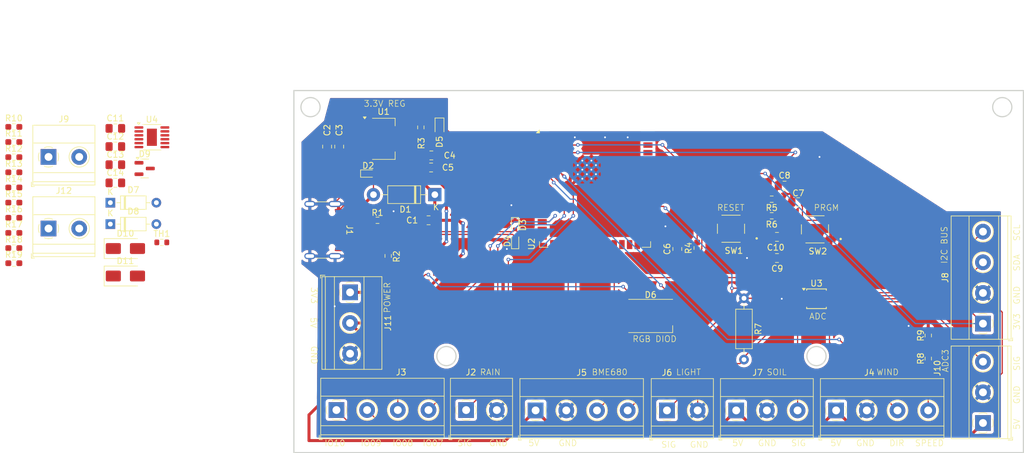
<source format=kicad_pcb>
(kicad_pcb (version 20240108) (generator "pcbnew") (generator_version "8.0")
  (layers (0 "F.Cu" signal) (31 "B.Cu" signal) (34 "B.Paste" user) (35 "F.Paste" user) (36 "B.SilkS" user "B.Silkscreen") (37 "F.SilkS" user "F.Silkscreen") (38 "B.Mask" user) (39 "F.Mask" user) (44 "Edge.Cuts" user))
  (net 0 "")
  (net 1 "VCC_5V")
  (net 2 "VCC_3V3")
  (net 3 "GPIO0")
  (net 4 "CHIP_PU")
  (net 5 "Net-(D1-A)")
  (net 6 "D-")
  (net 7 "D+")
  (net 8 "Net-(D5-A)")
  (net 10 "RGB")
  (net 11 "Net-(J1-CC2)")
  (net 12 "Net-(J1-CC1)")
  (net 16 "RAIN")
  (net 25 "GPIO10")
  (net 27 "GPIO9")
  (net 29 "GPIO8")
  (net 30 "SDA")
  (net 32 "GPIO7")
  (net 33 "Net-(J4-Pin_4)")
  (net 36 "Net-(U4-TIMER)")
  (net 38 "SCL")
  (net 40 "12V")
  (net 41 "SPEED")
  (net 44 "A2")
  (net 46 "A3")
  (net 47 "A1")
  (net 48 "A0")
  (net 53 "GND")
  (net 54 "Net-(D8-K)")
  (net 55 "Net-(D11-K)")
  (net 56 "Net-(D10-K)")
  (net 57 "Net-(D7-A)")
  (net 58 "Net-(D7-K)")
  (net 59 "Net-(D8-A)")
  (net 61 "Net-(D10-A)")
  (net 62 "Net-(R10-Pad1)")
  (net 63 "CHARGING")
  (net 64 "Net-(U4-V_{FB})")
  (net 65 "Net-(U4-NTC)")
  (net 66 "Net-(R14-Pad1)")
  (net 67 "Net-(U4-SENSE)")
  (net 68 "CHARGE FAULT")
  (footprint "Capacitor_SMD:C_0805_2012Metric_Pad1.18x1.45mm_HandSolder" (layer "F.Cu") (at 163.4625 76.25 90)
    (property "Reference" "C6")
    (property "Value" "0u1F" (hide yes))
  )
  (footprint "TerminalBlock_Phoenix:TerminalBlock_Phoenix_MKDS-1,5-4-5.08_1x04_P5.08mm_Horizontal" (layer "F.Cu") (at 214.055 88.62 90)
    (property "Reference" "J8")
    (property "Value" "I2C")
  )
  (footprint "Resistor_SMD:R_0603_1608Metric_Pad0.98x0.95mm_HandSolder" (layer "F.Cu") (at 179.0875 70.75 180)
    (property "Reference" "R6")
    (property "Value" "10K" (hide yes))
  )
  (footprint "Diode_THT:D_DO-35_SOD27_P7.62mm_Horizontal" (layer "F.Cu") (at 69.615 72.13)
    (property "Reference" "D8")
    (property "Value" "1N4148")
  )
  (footprint "Resistor_SMD:R_0603_1608Metric_Pad0.98x0.95mm_HandSolder" (layer "F.Cu") (at 166.75 76.0875 90)
    (property "Reference" "R4")
    (property "Value" "10K" (hide yes))
  )
  (footprint "Resistor_SMD:R_0603_1608Metric_Pad0.98x0.95mm_HandSolder" (layer "F.Cu") (at 205 90.5875 -90)
    (property "Reference" "R9")
    (property "Value" "470" (hide yes))
  )
  (footprint "Resistor_SMD:R_0603_1608Metric_Pad0.98x0.95mm_HandSolder" (layer "F.Cu") (at 53.645 56.02)
    (property "Reference" "R10")
    (property "Value" "499K")
  )
  (footprint "Capacitor_SMD:C_0805_2012Metric_Pad1.18x1.45mm_HandSolder" (layer "F.Cu") (at 179.9625 74.25 180)
    (property "Reference" "C10")
    (property "Value" "0u1F" (hide yes))
  )
  (footprint "Resistor_SMD:R_0603_1608Metric" (layer "F.Cu") (at 78.135 75.16)
    (property "Reference" "TH1")
    (property "Value" "Thermistor_US")
  )
  (footprint "Resistor_SMD:R_0603_1608Metric_Pad0.98x0.95mm_HandSolder" (layer "F.Cu") (at 53.645 76.1)
    (property "Reference" "R18")
    (property "Value" "10K")
  )
  (footprint "Resistor_SMD:R_0603_1608Metric_Pad0.98x0.95mm_HandSolder" (layer "F.Cu") (at 121.0125 56.105 -90)
    (property "Reference" "R3")
    (property "Value" "75" (hide yes))
  )
  (footprint "Resistor_SMD:R_0603_1608Metric_Pad0.98x0.95mm_HandSolder" (layer "F.Cu") (at 53.645 58.53)
    (property "Reference" "R11")
    (property "Value" "100K")
  )
  (footprint "Resistor_SMD:R_0603_1608Metric_Pad0.98x0.95mm_HandSolder" (layer "F.Cu") (at 53.645 63.55)
    (property "Reference" "R13")
    (property "Value" "174K")
  )
  (footprint "Capacitor_SMD:C_0805_2012Metric_Pad1.18x1.45mm_HandSolder" (layer "F.Cu") (at 105.5 59.2875 90)
    (property "Reference" "C2")
    (property "Value" "10uF" (hide yes))
  )
  (footprint "Diode_SMD:D_SOD-523" (layer "F.Cu") (at 136.6225 74.95 90)
    (property "Reference" "D4")
    (property "Value" "ESD5Z12V" (hide yes))
  )
  (footprint "Capacitor_SMD:C_0805_2012Metric_Pad1.18x1.45mm_HandSolder" (layer "F.Cu") (at 70.445 59.28)
    (property "Reference" "C12")
    (property "Value" "10uF")
  )
  (footprint "TerminalBlock_Phoenix:TerminalBlock_Phoenix_MKDS-1,5-4-5.08_1x04_P5.08mm_Horizontal" (layer "F.Cu") (at 140.01 103)
    (property "Reference" "J5")
    (property "Value" "BME680")
  )
  (footprint "TerminalBlock_Phoenix:TerminalBlock_Phoenix_MKDS-1,5-4-5.08_1x04_P5.08mm_Horizontal" (layer "F.Cu") (at 189.75 103)
    (property "Reference" "J4")
    (property "Value" "Wind Speed/DIR")
  )
  (footprint "RF_Module:ESP32-S3-WROOM-2" (layer "F.Cu") (at 149.85 63.02)
    (property "Reference" "U2")
    (property "Value" "ESP32-S3-WROOM-2" (hide yes))
  )
  (footprint "Capacitor_SMD:C_0805_2012Metric_Pad1.18x1.45mm_HandSolder" (layer "F.Cu") (at 70.445 65.3)
    (property "Reference" "C14")
    (property "Value" "10uF")
  )
  (footprint "TerminalBlock_Phoenix:TerminalBlock_Phoenix_MKDS-1,5-2-5.08_1x02_P5.08mm_Horizontal" (layer "F.Cu") (at 161.7525 103)
    (property "Reference" "J6")
    (property "Value" "Light Density")
  )
  (footprint "Resistor_SMD:R_0603_1608Metric_Pad0.98x0.95mm_HandSolder" (layer "F.Cu") (at 53.645 73.59)
    (property "Reference" "R17")
    (property "Value" "0.1")
  )
  (footprint "Resistor_SMD:R_0603_1608Metric_Pad0.98x0.95mm_HandSolder" (layer "F.Cu") (at 53.645 68.57)
    (property "Reference" "R15")
    (property "Value" "309K")
  )
  (footprint "Diode_SMD:D_SMA" (layer "F.Cu") (at 72.11 80.73)
    (property "Reference" "D11")
    (property "Value" "10BQ040")
  )
  (footprint "Diode_SMD:D_SMA" (layer "F.Cu") (at 72.11 76.18)
    (property "Reference" "D10")
    (property "Value" "10BQ040")
  )
  (footprint "Diode_THT:D_DO-41_SOD81_P10.16mm_Horizontal" (layer "F.Cu") (at 123.33 67.25 180)
    (property "Reference" "D1")
    (property "Value" "1N5819" (hide yes))
  )
  (footprint "Diode_THT:D_DO-35_SOD27_P7.62mm_Horizontal" (layer "F.Cu") (at 69.615 68.58)
    (property "Reference" "D7")
    (property "Value" "1N4148")
  )
  (footprint "Package_TO_SOT_SMD:SOT-23" (layer "F.Cu") (at 75.295 62.915)
    (property "Reference" "D9")
    (property "Value" "BZX84C6V2L")
  )
  (footprint "Resistor_SMD:R_0603_1608Metric_Pad0.98x0.95mm_HandSolder" (layer "F.Cu") (at 53.645 78.61)
    (property "Reference" "R19")
    (property "Value" "7.15K")
  )
  (footprint "Capacitor_SMD:C_0805_2012Metric_Pad1.18x1.45mm_HandSolder" (layer "F.Cu") (at 122.75 60.75)
    (property "Reference" "C4")
    (property "Value" "10uF" (hide yes))
  )
  (footprint "TerminalBlock_Phoenix:TerminalBlock_Phoenix_MKDS-1,5-2-5.08_1x02_P5.08mm_Horizontal" (layer "F.Cu") (at 128.50875 102.945)
    (property "Reference" "J2")
    (property "Value" "Rain Guage")
  )
  (footprint "Resistor_THT:R_Axial_DIN0207_L6.3mm_D2.5mm_P10.16mm_Horizontal" (layer "F.Cu") (at 174.5 84.42 -90)
    (property "Reference" "R7")
    (property "Value" "604")
  )
  (footprint "Capacitor_SMD:C_0805_2012Metric_Pad1.18x1.45mm_HandSolder" (layer "F.Cu") (at 181.2125 65.75)
    (property "Reference" "C8")
    (property "Value" "1uF" (hide yes))
  )
  (footprint "TerminalBlock_Phoenix:TerminalBlock_Phoenix_MKDS-1,5-2-5.08_1x02_P5.08mm_Horizontal" (layer "F.Cu") (at 59.385 72.86)
    (property "Reference" "J12")
    (property "Value" "Battery")
  )
  (footprint "Resistor_SMD:R_0603_1608Metric_Pad0.98x0.95mm_HandSolder" (layer "F.Cu") (at 53.645 61.04)
    (property "Reference" "R12")
    (property "Value" "1M")
  )
  (footprint "Package_SO:MSOP-12-1EP_3x4mm_P0.65mm_EP1.65x2.85mm" (layer "F.Cu") (at 76.495 57.74)
    (property "Reference" "U4")
    (property "Value" "LT3652IMSE")
  )
  (footprint "TerminalBlock_Phoenix:TerminalBlock_Phoenix_MKDS-1,5-3-5.08_1x03_P5.08mm_Horizontal" (layer "F.Cu") (at 109.3 83.44 -90)
    (property "Reference" "J11")
    (property "Value" "External Power" (hide yes))
  )
  (footprint "Diode_SMD:D_SOD-523" (layer "F.Cu") (at 136.6 72.3 -90)
    (property "Reference" "D3")
    (property "Value" "ESD5Z12V" (hide yes))
  )
  (footprint "Capacitor_SMD:C_0805_2012Metric_Pad1.18x1.45mm_HandSolder" (layer "F.Cu") (at 179.9625 77.75 180)
    (property "Reference" "C9")
    (property "Value" "10uF" (hide yes))
  )
  (footprint "Resistor_SMD:R_0603_1608Metric_Pad0.98x0.95mm_HandSolder" (layer "F.Cu") (at 179.0875 68 180)
    (property "Reference" "R5")
    (property "Value" "10K" (hide yes))
  )
  (footprint "LED_SMD:LED_SK6812_PLCC4_5.0x5.0mm_P3.2mm" (layer "F.Cu") (at 159.05 87.35)
    (property "Reference" "D6")
    (property "Value" " Adafruit SK6812" (hide yes))
  )
  (footprint "Connector_USB:USB_C_Receptacle_GCT_USB4105-xx-A_16P_TopMnt_Horizontal" (layer "F.Cu") (at 103.71 73.11 -90)
    (property "Reference" "J1")
    (property "Value" "USB_C_Receptacle_USB2.0_16P")
  )
  (footprint "TerminalBlock_Phoenix:TerminalBlock_Phoenix_MKDS-1,5-3-5.08_1x03_P5.08mm_Horizontal" (layer "F.Cu") (at 173.21125 103)
    (property "Reference" "J7")
    (property "Value" "Soil Mouisture")
  )
  (footprint "Package_TO_SOT_SMD:SOT-223-3_TabPin2" (layer "F.Cu") (at 114.85 58)
    (property "Reference" "U1")
    (property "Value" "AMS1117-3.3" (hide yes))
  )
  (footprint "Capacitor_SMD:C_0805_2012Metric_Pad1.18x1.45mm_HandSolder" (layer "F.Cu") (at 70.445 56.27)
    (property "Reference" "C11")
    (property "Value" "10uF")
  )
  (footprint "TerminalBlock_Phoenix:TerminalBlock_Phoenix_MKDS-1,5-4-5.08_1x04_P5.08mm_Horizontal" (layer "F.Cu") (at 107.04 102.94)
    (property "Reference" "J3")
    (property "Value" "GPIO")
  )
  (footprint "Resistor_SMD:R_0603_1608Metric_Pad0.98x0.95mm_HandSolder" (layer "F.Cu") (at 53.645 66.06)
    (property "Reference" "R14")
    (property "Value" "910")
  )
  (footprint "PTS_647_SN50_SMTR2_LFS:SW_PTS_647_SN50_SMTR2_LFS" (layer "F.Cu") (at 186.25 73 180)
    (property "Reference" "SW2")
    (property "Value" "PTS 647 SN50 SMTR2 LFS")
  )
  (footprint "Resistor_SMD:R_0603_1608Metric_Pad0.98x0.95mm_HandSolder" (layer "F.Cu") (at 53.645 71.08)
    (property "Reference" "R16")
    (property "Value" "100K")
  )
  (footprint "Resistor_SMD:R_0603_1608Metric_Pad0.98x0.95mm_HandSolder" (layer "F.Cu") (at 115.6 77.4 -90)
    (property "Reference" "R2")
    (property "Value" "5K1" (hide yes))
  )
  (footprint "TerminalBlock_Phoenix:TerminalBlock_Phoenix_MKDS-1,5-2-5.08_1x02_P5.08mm_Horizontal" (layer "F.Cu") (at 59.385 61)
    (property "Reference" "J9")
    (property "Value" "Solar Panel Input")
  )
  (footprint "TerminalBlock_Phoenix:TerminalBlock_Phoenix_MKDS-1,5-3-5.08_1x03_P5.08mm_Horizontal" (layer "F.Cu") (at 214.055 105.085 90)
    (property "Reference" "J10")
    (property "Value" "A3 of ADC")
  )
  (footprint "Capacitor_SMD:C_0805_2012Metric_Pad1.18x1.45mm_HandSolder" (layer "F.Cu") (at 122.7125 62.75)
    (property "Reference" "C5")
    (property "Value" "0u1F" (hide yes))
  )
  (footprint "Package_SO:TSSOP-10_3x3mm_P0.5mm" (layer "F.Cu") (at 186.5 84.5)
    (property "Reference" "U3")
    (property "Value" "ADS1015IDGS" (hide yes))
  )
  (footprint "Capacitor_SMD:C_0805_2012Metric_Pad1.18x1.45mm_HandSolder" (layer "F.Cu") (at 70.445 62.29)
    (property "Reference" "C13")
    (property "Value" "1uF")
  )
  (footprint "Diode_SMD:D_SOD-523" (layer "F.Cu") (at 112.3 63.75)
    (property "Reference" "D2")
    (property "Value" "ESD5Z12V" (hide yes))
  )
  (footprint "Capacitor_SMD:C_0805_2012Metric_Pad1.18x1.45mm_HandSolder" (layer "F.Cu") (at 183.4625 68.5 180)
    (property "Reference" "C7")
    (property "Value" "0u1F" (hide yes))
  )
  (footprint "Resistor_SMD:R_0603_1608Metric_Pad0.98x0.95mm_HandSolder" (layer "F.Cu") (at 113.8375 71.5)
    (property "Reference" "R1")
    (property "Value" "5K1" (hide yes))
  )
  (footprint "Capacitor_SMD:C_0805_2012Metric_Pad1.18x1.45mm_HandSolder" (layer "F.Cu") (at 122.2875 71.5 180)
    (property "Reference" "C1")
    (property "Value" "10uF" (hide yes))
  )
  (footprint "LED_SMD:LED_0603_1608Metric" (layer "F.Cu") (at 124.1 56.0375 -90)
    (property "Reference" "D5")
    (property "Value" "PWERLED" (hide yes))
  )
  (footprint "Resistor_SMD:R_0603_1608Metric_Pad0.98x0.95mm_HandSolder" (layer "F.Cu") (at 205 94.4125 -90)
    (property "Reference" "R8")
    (property "Value" "220" (hide yes))
  )
  (footprint "PTS_647_SN50_SMTR2_LFS:SW_PTS_647_SN50_SMTR2_LFS" (layer "F.Cu") (at 172.35 72.9 180)
    (property "Reference" "SW1")
    (property "Value" "PTS 647 SN50 SMTR2 LFS")
  )
  (footprint "Capacitor_SMD:C_0805_2012Metric_Pad1.18x1.45mm_HandSolder" (layer "F.Cu") (at 107.5 59.2875 90)
    (property "Reference" "C3")
    (property "Value" "0u1F" (hide yes))
  )
  (gr_rect (start 100 50) (end 220.75 110) (stroke (width 0.2)) (fill none) (layer "Edge.Cuts"))
  (gr_circle (center 186.5 94) (end 188.0875 94) (stroke (width 0.2)) (fill none) (layer "Edge.Cuts"))
  (gr_circle (center 102.75 52.75) (end 104.3375 52.75) (stroke (width 0.2)) (fill none) (layer "Edge.Cuts"))
  (gr_circle (center 217.25 52.75) (end 218.8375 52.75) (stroke (width 0.2)) (fill none) (layer "Edge.Cuts"))
  (gr_circle (center 125.25 94) (end 126.8375 94) (stroke (width 0.2)) (fill none) (layer "Edge.Cuts"))
  (gr_text "GND" (at 193 109 0) (layer "F.SilkS") (effects (font (size 1 1) (thickness 0.1)) (justify left bottom)))
  (gr_text "GND" (at 165.5 109.25 0) (layer "F.SilkS") (effects (font (size 1 1) (thickness 0.1)) (justify left bottom)))
  (gr_text "ADC3" (at 208.422833 96.75 90) (layer "F.SilkS") (effects (font (size 1 1) (thickness 0.1)) (justify left bottom)))
  (gr_text "SDA" (at 220.25 80 90) (layer "F.SilkS") (effects (font (size 1 1) (thickness 0.1)) (justify left bottom)))
  (gr_text "5V" (at 172.5 109 0) (layer "F.SilkS") (effects (font (size 1 1) (thickness 0.1)) (justify left bottom)))
  (gr_text "5V" (at 188.75 109 0) (layer "F.SilkS") (effects (font (size 1 1) (thickness 0.1)) (justify left bottom)))
  (gr_text "5V" (at 102.665262 87.505738 -90) (layer "F.SilkS") (effects (font (size 1 1) (thickness 0.1)) (justify left bottom)))
  (gr_text "IO10\n" (at 105 109 0) (layer "F.SilkS") (effects (font (size 1 1) (thickness 0.1)) (justify left bottom)))
  (gr_text "5V" (at 138.75 109 0) (layer "F.SilkS") (effects (font (size 1 1) (thickness 0.1)) (justify left bottom)))
  (gr_text "RESET" (at 170 70 0) (layer "F.SilkS") (effects (font (size 1 1) (thickness 0.1)) (justify left bottom)))
  (gr_text "3.3V REG" (at 111.5 52.75 0) (layer "F.SilkS") (effects (font (size 1 1) (thickness 0.1)) (justify left bottom)))
  (gr_text "GND" (at 102.75 92.25 270) (layer "F.SilkS") (effects (font (size 1 1) (thickness 0.1)) (justify left bottom)))
  (gr_text "RGB DIOD" (at 156 91.75 0) (layer "F.SilkS") (effects (font (size 1 1) (thickness 0.1)) (justify left bottom)))
  (gr_text "ADC" (at 185.25 88 0) (layer "F.SilkS") (effects (font (size 1 1) (thickness 0.1)) (justify left bottom)))
  (gr_text "I2C BUS" (at 208.25 78.75 90) (layer "F.SilkS") (effects (font (size 1 1) (thickness 0.1)) (justify left bottom)))
  (gr_text "GND" (at 220.25 85.5 90) (layer "F.SilkS") (effects (font (size 1 1) (thickness 0.1)) (justify left bottom)))
  (gr_text "3V3" (at 102.75 82.5 270) (layer "F.SilkS") (effects (font (size 1 1) (thickness 0.1)) (justify left bottom)))
  (gr_text "WIND" (at 196.38 97.25 0) (layer "F.SilkS") (effects (font (size 1 1) (thickness 0.1)) (justify left bottom)))
  (gr_text "BME680" (at 149.25 97.25 0) (layer "F.SilkS") (effects (font (size 1 1) (thickness 0.1)) (justify left bottom)))
  (gr_text "SIG" (at 160.75 109.25 0) (layer "F.SilkS") (effects (font (size 1 1) (thickness 0.1)) (justify left bottom)))
  (gr_text "GND" (at 176.75 109 0) (layer "F.SilkS") (effects (font (size 1 1) (thickness 0.1)) (justify left bottom)))
  (gr_text "IO08\n" (at 116.25 109 0) (layer "F.SilkS") (effects (font (size 1 1) (thickness 0.1)) (justify left bottom)))
  (gr_text "GND" (at 132.25 109 0) (layer "F.SilkS") (effects (font (size 1 1) (thickness 0.1)) (justify left bottom)))
  (gr_text "GND" (at 143.75 109 0) (layer "F.SilkS") (effects (font (size 1 1) (thickness 0.1)) (justify left bottom)))
  (gr_text "SIG" (at 127 109 0) (layer "F.SilkS") (effects (font (size 1 1) (thickness 0.1)) (justify left bottom)))
  (gr_text "SCL" (at 220.25 75 90) (layer "F.SilkS") (effects (font (size 1 1) (thickness 0.1)) (justify left bottom)))
  (gr_text "PRGM" (at 186 70 0) (layer "F.SilkS") (effects (font (size 1 1) (thickness 0.1)) (justify left bottom)))
  (gr_text "SIG" (at 182.25 109 0) (layer "F.SilkS") (effects (font (size 1 1) (thickness 0.1)) (justify left bottom)))
  (gr_text "SOIL" (at 178.20875 97.25 0) (layer "F.SilkS") (effects (font (size 1 1) (thickness 0.1)) (justify left bottom)))
  (gr_text "DIR" (at 198.5 109 0) (layer "F.SilkS") (effects (font (size 1 1) (thickness 0.1)) (justify left bottom)))
  (gr_text "IO09" (at 111 109 0) (layer "F.SilkS") (effects (font (size 1 1) (thickness 0.1)) (justify left bottom)))
  (gr_text "POWER" (at 116.029976 86.915262 90) (layer "F.SilkS") (effects (font (size 1 1) (thickness 0.1)) (justify left bottom)))
  (gr_text "SPEED" (at 202.75 109 0) (layer "F.SilkS") (effects (font (size 1 1) (thickness 0.1)) (justify left bottom)))
  (gr_text "SIG" (at 220.25 96.5 90) (layer "F.SilkS") (effects (font (size 1 1) (thickness 0.1)) (justify left bottom)))
  (gr_text "5V" (at 220.25 106.25 90) (layer "F.SilkS") (effects (font (size 1 1) (thickness 0.1)) (justify left bottom)))
  (gr_text "IO07\n" (at 121.25 109 0) (layer "F.SilkS") (effects (font (size 1 1) (thickness 0.1)) (justify left bottom)))
  (gr_text "3V3" (at 220.25 89.75 90) (layer "F.SilkS") (effects (font (size 1 1) (thickness 0.1)) (justify left bottom)))
  (gr_text "RAIN" (at 130.75 97.25 0) (layer "F.SilkS") (effects (font (size 1 1) (thickness 0.1)) (justify left bottom)))
  (gr_text "GND" (at 220.25 102 90) (layer "F.SilkS") (effects (font (size 1 1) (thickness 0.1)) (justify left bottom)))
  (gr_text "LIGHT" (at 163.2075 97.25 0) (layer "F.SilkS") (effects (font (size 1 1) (thickness 0.1)) (justify left bottom)))
  (segment (start 102.5 108) (end 102.5 103.75) (width 0.5) (layer "F.Cu") (net 1))
  (segment (start 128 72) (end 127.75 72) (width 0.2) (layer "F.Cu") (net 1))
  (segment (start 185.5 107.25) (end 177.46125 107.25) (width 0.5) (layer "F.Cu") (net 1))
  (segment (start 116.38 60.3) (end 111.7 60.3) (width 0.5) (layer "F.Cu") (net 1))
  (segment (start 168.96125 107.25) (end 144.26 107.25) (width 0.5) (layer "F.Cu") (net 1))
  (segment (start 111.425 60.325) (end 107.5 60.325) (width 0.5) (layer "F.Cu") (net 1))
  (segment (start 127.25 71.5) (end 123.325 71.5) (width 0.5) (layer "F.Cu") (net 1))
  (segment (start 173.21125 103) (end 168.96125 107.25) (width 0.5) (layer "F.Cu") (net 1))
  (segment (start 112.75 93.5) (end 112.75 91.97) (width 0.5) (layer "F.Cu") (net 1))
  (segment (start 144.26 107.25) (end 140.01 103) (width 0.5) (layer "F.Cu") (net 1))
  (segment (start 105.5 60.325) (end 107.5 60.325) (width 0.2) (layer "F.Cu") (net 1))
  (segment (start 112.75 91.97) (end 109.3 88.52) (width 0.5) (layer "F.Cu") (net 1))
  (segment (start 140.01 103) (end 135.01 108) (width 0.5) (layer "F.Cu") (net 1))
  (segment (start 214.055 105.085) (end 211.89 107.25) (width 0.5) (layer "F.Cu") (net 1))
  (segment (start 123.325 71.5) (end 123.325 67.255) (width 0.5) (layer "F.Cu") (net 1))
  (segment (start 102.5 103.75) (end 112.75 93.5) (width 0.5) (layer "F.Cu") (net 1))
  (segment (start 111.7 60.3) (end 111.45 60.3) (width 0.2) (layer "F.Cu") (net 1))
  (segment (start 123.33 67.25) (end 116.38 60.3) (width 0.5) (layer "F.Cu") (net 1))
  (segment (start 109.3 88.52) (end 116.48 88.52) (width 0.5) (layer "F.Cu") (net 1))
  (segment (start 194 107.25) (end 189.75 103) (width 0.5) (layer "F.Cu") (net 1))
  (segment (start 211.89 107.25) (end 194 107.25) (width 0.5) (layer "F.Cu") (net 1))
  (segment (start 127.75 72) (end 127.25 71.5) (width 0.5) (layer "F.Cu") (net 1))
  (segment (start 116.48 88.52) (end 128 77) (width 0.5) (layer "F.Cu") (net 1))
  (segment (start 111.45 60.3) (end 111.425 60.325) (width 0.2) (layer "F.Cu") (net 1))
  (segment (start 123.325 67.255) (end 123.33 67.25) (width 0.2) (layer "F.Cu") (net 1))
  (segment (start 177.46125 107.25) (end 173.21125 103) (width 0.5) (layer "F.Cu") (net 1))
  (segment (start 135.01 108) (end 102.5 108) (width 0.5) (layer "F.Cu") (net 1))
  (segment (start 189.75 103) (end 185.5 107.25) (width 0.5) (layer "F.Cu") (net 1))
  (via (at 128 72) (size 0.6) (drill 0.3) (layers "F.Cu" "B.Cu") (net 1))
  (via (at 128 77) (size 0.6) (drill 0.3) (layers "F.Cu" "B.Cu") (net 1))
  (segment (start 128 77) (end 128 72) (width 0.5) (layer "B.Cu") (net 1))
  (segment (start 188.65 84.5) (end 209.935 84.5) (width 0.2) (layer "F.Cu") (net 2))
  (segment (start 156.6 85.75) (end 156.6 84.6) (width 0.2) (layer "F.Cu") (net 2))
  (segment (start 178.925 74.25) (end 178.925 71.5) (width 0.2) (layer "F.Cu") (net 2))
  (segment (start 122.25 80.5) (end 121.75 80.5) (width 0.2) (layer "F.Cu") (net 2))
  (segment (start 156.6 84.6) (end 154.5 82.5) (width 0.2) (layer "F.Cu") (net 2))
  (segment (start 178 63.75) (end 165.75 63.75) (width 0.2) (layer "F.Cu") (net 2))
  (segment (start 141.1 59.03) (end 146.97 59.03) (width 0.2) (layer "F.Cu") (net 2))
  (segment (start 118 58) (end 111.7 58) (width 0.2) (layer "F.Cu") (net 2))
  (segment (start 116.81 83.44) (end 125.25 75) (width 0.5) (layer "F.Cu") (net 2))
  (segment (start 170 68) (end 166.75 64.75) (width 0.2) (layer "F.Cu") (net 2))
  (segment (start 141.1 59.03) (end 132.545 59.03) (width 0.5) (layer "F.Cu") (net 2))
  (segment (start 166.75 64.75) (end 166.75 75.175) (width 0.2) (layer "F.Cu") (net 2))
  (segment (start 109.3 83.44) (end 116.81 83.44) (width 0.5) (layer "F.Cu") (net 2))
  (segment (start 209.935 84.5) (end 214.055 88.62) (width 0.2) (layer "F.Cu") (net 2))
  (segment (start 120.75 60.75) (end 118 58) (width 0.5) (layer "F.Cu") (net 2))
  (segment (start 132.545 59.03) (end 125.25 66.325) (width 0.5) (layer "F.Cu") (net 2))
  (segment (start 163.875 61.875) (end 166.75 64.75) (width 0.2) (layer "F.Cu") (net 2))
  (segment (start 161 59) (end 163.875 61.875) (width 0.2) (layer "F.Cu") (net 2))
  (segment (start 178.925 77.75) (end 178.925 74.25) (width 0.2) (layer "F.Cu") (net 2))
  (segment (start 165.75 63.75) (end 163.875 61.875) (width 0.2) (layer "F.Cu") (net 2))
  (segment (start 121.7125 60.75) (end 120.75 60.75) (width 0.5) (layer "F.Cu") (net 2))
  (segment (start 125.25 70) (end 125.25 66.325) (width 0.5) (layer "F.Cu") (net 2))
  (segment (start 121.75 80.5) (end 118.81 83.44) (width 0.2) (layer "F.Cu") (net 2))
  (segment (start 178.175 68) (end 170 68) (width 0.2) (layer "F.Cu") (net 2))
  (segment (start 118 58) (end 120.8825 55.1175) (width 0.2) (layer "F.Cu") (net 2))
  (segment (start 121.7125 60.75) (end 121.7125 62.7125) (width 0.5) (layer "F.Cu") (net 2))
  (segment (start 178.175 70.75) (end 178.175 68) (width 0.2) (layer "F.Cu") (net 2))
  (segment (start 146.97 59.03) (end 147 59) (width 0.2) (layer "F.Cu") (net 2))
  (segment (start 121.7125 62.7125) (end 121.675 62.75) (width 0.2) (layer "F.Cu") (net 2))
  (segment (start 125.25 66.325) (end 121.675 62.75) (width 0.5) (layer "F.Cu") (net 2))
  (segment (start 178.925 71.5) (end 178.175 70.75) (width 0.2) (layer "F.Cu") (net 2))
  (segment (start 118.81 83.44) (end 116.81 83.44) (width 0.2) (layer "F.Cu") (net 2))
  (via (at 147 59) (size 0.6) (drill 0.3) (layers "F.Cu" "B.Cu") (net 2))
  (via (at 125.25 70) (size 0.6) (drill 0.3) (layers "F.Cu" "B.Cu") (net 2))
  (via (at 178 63.75) (size 0.6) (drill 0.3) (layers "F.Cu" "B.Cu") (net 2))
  (via (at 122.25 80.5) (size 0.6) (drill 0.3) (layers "F.Cu" "B.Cu") (net 2))
  (via (at 125.25 75) (size 0.6) (drill 0.3) (layers "F.Cu" "B.Cu") (net 2))
  (via (at 154.5 82.5) (size 0.6) (drill 0.3) (layers "F.Cu" "B.Cu") (net 2))
  (via (at 161 59) (size 0.6) (drill 0.3) (layers "F.Cu" "B.Cu") (net 2))
  (segment (start 147 59) (end 147.25 59) (width 0.2) (layer "B.Cu") (net 2))
  (segment (start 125.25 75) (end 125.25 70) (width 0.5) (layer "B.Cu") (net 2))
  (segment (start 147.25 59) (end 161 59) (width 0.2) (layer "B.Cu") (net 2))
  (segment (start 214.055 88.62) (end 202.87 88.62) (width 0.2) (layer "B.Cu") (net 2))
  (segment (start 202.87 88.62) (end 178 63.75) (width 0.2) (layer "B.Cu") (net 2))
  (segment (start 124.25 82.5) (end 122.25 80.5) (width 0.2) (layer "B.Cu") (net 2))
  (segment (start 154.5 82.5) (end 124.25 82.5) (width 0.2) (layer "B.Cu") (net 2))
  (segment (start 158.6 74.27) (end 161.6175 77.2875) (width 0.2) (layer "F.Cu") (net 3))
  (segment (start 166.4625 77.2875) (end 166.75 77) (width 0.2) (layer "F.Cu") (net 3))
  (segment (start 167.525 73.5) (end 169.725 71.3) (width 0.2) (layer "F.Cu") (net 3))
  (segment (start 166.75 77) (end 167.525 76.225) (width 0.2) (layer "F.Cu") (net 3))
  (segment (start 163.4625 77.2875) (end 166.4625 77.2875) (width 0.2) (layer "F.Cu") (net 3))
  (segment (start 174.925 71.25) (end 174.975 71.3) (width 0.2) (layer "F.Cu") (net 3))
  (segment (start 161.6175 77.2875) (end 163.4625 77.2875) (width 0.2) (layer "F.Cu") (net 3))
  (segment (start 167.525 76.225) (end 167.525 73.5) (width 0.2) (layer "F.Cu") (net 3))
  (segment (start 169.725 71.3) (end 169.775 71.25) (width 0.2) (layer "F.Cu") (net 3))
  (segment (start 169.775 71.25) (end 174.925 71.25) (width 0.2) (layer "F.Cu") (net 3))
  (segment (start 180 63.25) (end 183 60.25) (width 0.2) (layer "F.Cu") (net 4))
  (segment (start 146.95 60.3) (end 147 60.25) (width 0.2) (layer "F.Cu") (net 4))
  (segment (start 141.1 60.3) (end 146.95 60.3) (width 0.2) (layer "F.Cu") (net 4))
  (segment (start 180.65 71.4) (end 183.625 71.4) (width 0.2) (layer "F.Cu") (net 4))
  (segment (start 183.625 71.4) (end 184.175 70.85) (width 0.2) (layer "F.Cu") (net 4))
  (segment (start 184.175 70.85) (end 184.175 68.5) (width 0.2) (layer "F.Cu") (net 4))
  (segment (start 180 70.75) (end 180 68) (width 0.2) (layer "F.Cu") (net 4))
  (segment (start 180 70.75) (end 180.65 71.4) (width 0.2) (layer "F.Cu") (net 4))
  (segment (start 188.875 71.4) (end 188.775 71.5) (width 0.2) (layer "F.Cu") (net 4))
  (segment (start 188.775 71.5) (end 184 71.5) (width 0.2) (layer "F.Cu") (net 4))
  (segment (start 180 68) (end 180 63.25) (width 0.2) (layer "F.Cu") (net 4))
  (via (at 183 60.25) (size 0.6) (drill 0.3) (layers "F.Cu" "B.Cu") (net 4))
  (via (at 147 60.25) (size 0.6) (drill 0.3) (layers "F.Cu" "B.Cu") (net 4))
  (segment (start 147 60.25) (end 147.25 60.25) (width 0.2) (layer "B.Cu") (net 4))
  (segment (start 147 60.25) (end 183 60.25) (width 0.2) (layer "B.Cu") (net 4))
  (segment (start 107.39 70.71) (end 109.71 70.71) (width 0.5) (layer "F.Cu") (net 5))
  (segment (start 106.815001 70.71) (end 107.39 70.71) (width 0.2) (layer "F.Cu") (net 5))
  (segment (start 109.71 70.71) (end 113.17 67.25) (width 0.5) (layer "F.Cu") (net 5))
  (segment (start 105.75 74.444999) (end 105.75 71.775001) (width 0.2) (layer "F.Cu") (net 5))
  (segment (start 107.39 75.51) (end 106.815001 75.51) (width 0.2) (layer "F.Cu") (net 5))
  (segment (start 105.75 71.775001) (end 106.815001 70.71) (width 0.2) (layer "F.Cu") (net 5))
  (segment (start 113.17 67.25) (end 113.17 63.715) (width 0.2) (layer "F.Cu") (net 5))
  (segment (start 106.815001 75.51) (end 105.75 74.444999) (width 0.2) (layer "F.Cu") (net 5))
  (segment (start 108.265 73.09241) (end 108.265 72.62759) (width 0.2) (layer "F.Cu") (net 6))
  (segment (start 108.277501 73.385) (end 136.215 73.385) (width 0.2) (layer "F.Cu") (net 6))
  (segment (start 107.99741 73.36) (end 108.265 73.09241) (width 0.2) (layer "F.Cu") (net 6))
  (segment (start 136.6 73) (end 137.011249 73.411249) (width 0.2) (layer "F.Cu") (net 6))
  (segment (start 107.39 73.36) (end 108.252501 73.36) (width 0.2) (layer "F.Cu") (net 6))
  (segment (start 108.252501 73.36) (end 108.277501 73.385) (width 0.2) (layer "F.Cu") (net 6))
  (segment (start 141.0225 72.9225) (end 141.1 73) (width 0.2) (layer "F.Cu") (net 6))
  (segment (start 107.99741 72.36) (end 107.39 72.36) (width 0.2) (layer "F.Cu") (net 6))
  (segment (start 107.39 73.36) (end 107.99741 73.36) (width 0.2) (layer "F.Cu") (net 6))
  (segment (start 108.265 72.62759) (end 107.99741 72.36) (width 0.2) (layer "F.Cu") (net 6))
  (segment (start 137.011249 73.411249) (end 140.688751 73.411249) (width 0.2) (layer "F.Cu") (net 6))
  (segment (start 136.215 73.385) (end 136.6 73) (width 0.2) (layer "F.Cu") (net 6))
  (segment (start 140.688751 73.411249) (end 141.1 73) (width 0.2) (layer "F.Cu") (net 6))
  (segment (start 106.61 73.86) (end 107.39 73.86) (width 0.2) (layer "F.Cu") (net 7))
  (segment (start 106.5 73.14259) (end 106.5 73.75) (width 0.2) (layer "F.Cu") (net 7))
  (segment (start 106.78259 72.86) (end 106.5 73.14259) (width 0.2) (layer "F.Cu") (net 7))
  (segment (start 137.011249 73.861251) (end 140.691251 73.861251) (width 0.2) (layer "F.Cu") (net 7))
  (segment (start 140.7925 74.5775) (end 141.1 74.27) (width 0.2) (layer "F.Cu") (net 7))
  (segment (start 107.39 73.86) (end 108.252501 73.86) (width 0.2) (layer "F.Cu") (net 7))
  (segment (start 108.252501 73.86) (end 108.277501 73.835) (width 0.2) (layer "F.Cu") (net 7))
  (segment (start 108.277501 73.835) (end 136.2075 73.835) (width 0.2) (layer "F.Cu") (net 7))
  (segment (start 140.691251 73.861251) (end 141.1 74.27) (width 0.2) (layer "F.Cu") (net 7))
  (segment (start 136.6225 74.25) (end 137.011249 73.861251) (width 0.2) (layer "F.Cu") (net 7))
  (segment (start 106.5 73.75) (end 106.61 73.86) (width 0.2) (layer "F.Cu") (net 7))
  (segment (start 107.39 72.86) (end 106.78259 72.86) (width 0.2) (layer "F.Cu") (net 7))
  (segment (start 136.2075 73.835) (end 136.6225 74.25) (width 0.2) (layer "F.Cu") (net 7))
  (segment (start 121.205 56.825) (end 121.0125 57.0175) (width 0.2) (layer "F.Cu") (net 8))
  (segment (start 124.1 56.825) (end 121.205 56.825) (width 0.2) (layer "F.Cu") (net 8))
  (segment (start 161.5 85.75) (end 161.5 83) (width 0.2) (layer "F.Cu") (net 10))
  (segment (start 143 65.06) (end 143 65.25) (width 0.2) (layer "F.Cu") (net 10))
  (segment (start 161.5 83) (end 160.75 82.25) (width 0.2) (layer "F.Cu") (net 10))
  (segment (start 141.1 64.11) (end 142.05 64.11) (width 0.2) (layer "F.Cu") (net 10))
  (segment (start 142.05 64.11) (end 143 65.06) (width 0.2) (layer "F.Cu") (net 10))
  (via (at 143 65.25) (size 0.6) (drill 0.3) (layers "F.Cu" "B.Cu") (net 10))
  (via (at 160.75 82.25) (size 0.6) (drill 0.3) (layers "F.Cu" "B.Cu") (net 10))
  (segment (start 160.75 82.25) (end 146.5 68) (width 0.2) (layer "B.Cu") (net 10))
  (segment (start 145.75 68) (end 143 65.25) (width 0.2) (layer "B.Cu") (net 10))
  (segment (start 146.5 68) (end 145.75 68) (width 0.2) (layer "B.Cu") (net 10))
  (segment (start 113.9725 74.86) (end 115.6 76.4875) (width 0.2) (layer "F.Cu") (net 11))
  (segment (start 107.39 74.86) (end 113.9725 74.86) (width 0.2) (layer "F.Cu") (net 11))
  (segment (start 110.75 71.5) (end 112.925 71.5) (width 0.2) (layer "F.Cu") (net 12))
  (segment (start 110.39 71.86) (end 110.75 71.5) (width 0.2) (layer "F.Cu") (net 12))
  (segment (start 107.39 71.86) (end 110.39 71.86) (width 0.2) (layer "F.Cu") (net 12))
  (segment (start 141.63 62.84) (end 141.1 62.84) (width 0.2) (layer "F.Cu") (net 16))
  (segment (start 128.50875 102.945) (end 135.5 95.95375) (width 0.2) (layer "F.Cu") (net 16))
  (segment (start 135.5 95.95375) (end 135.5 78) (width 0.2) (layer "F.Cu") (net 16))
  (segment (start 146.25 70.75) (end 146.25 67.46) (width 0.2) (layer "F.Cu") (net 16))
  (segment (start 146.25 67.46) (end 141.63 62.84) (width 0.2) (layer "F.Cu") (net 16))
  (via (at 146.25 70.75) (size 0.6) (drill 0.3) (layers "F.Cu" "B.Cu") (net 16))
  (via (at 135.5 78) (size 0.6) (drill 0.3) (layers "F.Cu" "B.Cu") (net 16))
  (segment (start 135.5 78) (end 139 78) (width 0.2) (layer "B.Cu") (net 16))
  (segment (start 139 78) (end 146.25 70.75) (width 0.2) (layer "B.Cu") (net 16))
  (segment (start 110.5 106.4) (end 134.075686 106.4) (width 0.2) (layer "F.Cu") (net 25))
  (segment (start 107.04 102.94) (end 110.5 106.4) (width 0.2) (layer "F.Cu") (net 25))
  (segment (start 137.25 101) (end 146.675 91.575) (width 0.2) (layer "F.Cu") (net 25))
  (segment (start 146.675 91.575) (end 146.675 75.52) (width 0.2) (layer "F.Cu") (net 25))
  (segment (start 137.25 103.225686) (end 137.25 101) (width 0.2) (layer "F.Cu") (net 25))
  (segment (start 134.075686 106.4) (end 137.25 103.225686) (width 0.2) (layer "F.Cu") (net 25))
  (segment (start 112.12 102.94) (end 115.18 106) (width 0.2) (layer "F.Cu") (net 27))
  (segment (start 145.405 92.095) (end 145.405 75.52) (width 0.2) (layer "F.Cu") (net 27))
  (segment (start 115.18 106) (end 133.91 106) (width 0.2) (layer "F.Cu") (net 27))
  (segment (start 133.91 106) (end 136.75 103.16) (width 0.2) (layer "F.Cu") (net 27))
  (segment (start 136.75 100.75) (end 145.405 92.095) (width 0.2) (layer "F.Cu") (net 27))
  (segment (start 136.75 103.16) (end 136.75 100.75) (width 0.2) (layer "F.Cu") (net 27))
  (segment (start 117.2 94.8) (end 132.5 79.5) (width 0.2) (layer "F.Cu") (net 29))
  (segment (start 117.2 102.94) (end 117.2 94.8) (width 0.2) (layer "F.Cu") (net 29))
  (segment (start 143.25 70.75) (end 142.27 71.73) (width 0.2) (layer "F.Cu") (net 29))
  (segment (start 132.5 79.5) (end 132.5 75.75) (width 0.2) (layer "F.Cu") (net 29))
  (segment (start 142.27 71.73) (end 141.1 71.73) (width 0.2) (layer "F.Cu") (net 29))
  (via (at 143.25 70.75) (size 0.6) (drill 0.3) (layers "F.Cu" "B.Cu") (net 29))
  (via (at 132.5 75.75) (size 0.6) (drill 0.3) (layers "F.Cu" "B.Cu") (net 29))
  (segment (start 132.5 75.75) (end 136.5 71.75) (width 0.2) (layer "B.Cu") (net 29))
  (segment (start 142.25 71.75) (end 143.25 70.75) (width 0.2) (layer "B.Cu") (net 29))
  (segment (start 136.5 71.75) (end 142.25 71.75) (width 0.2) (layer "B.Cu") (net 29))
  (segment (start 184.875 82.75) (end 186.125 84) (width 0.2) (layer "F.Cu") (net 30))
  (segment (start 186.125 84) (end 188.65 84) (width 0.2) (layer "F.Cu") (net 30))
  (segment (start 172.5 82.75) (end 172.5 85.75) (width 0.2) (layer "F.Cu") (net 30))
  (segment (start 208.515 84) (end 188.65 84) (width 0.2) (layer "F.Cu") (net 30))
  (segment (start 161.19 69.19) (end 158.6 69.19) (width 0.2) (layer "F.Cu") (net 30))
  (segment (start 172.5 85.75) (end 155.25 103) (width 0.2) (layer "F.Cu") (net 30))
  (segment (start 172.5 82.75) (end 184.875 82.75) (width 0.2) (layer "F.Cu") (net 30))
  (segment (start 214.055 78.46) (end 208.515 84) (width 0.2) (layer "F.Cu") (net 30))
  (segment (start 161.5 69.5) (end 161.19 69.19) (width 0.2) (layer "F.Cu") (net 30))
  (via (at 172.5 82.75) (size 0.6) (drill 0.3) (layers "F.Cu" "B.Cu") (net 30))
  (via (at 161.5 69.5) (size 0.6) (drill 0.3) (layers "F.Cu" "B.Cu") (net 30))
  (segment (start 161.5 69.5) (end 172.5 80.5) (width 0.2) (layer "B.Cu") (net 30))
  (segment (start 172.5 80.5) (end 172.5 82.75) (width 0.2) (layer "B.Cu") (net 30))
  (segment (start 133.75 91.47) (end 133.75 75.75) (width 0.2) (layer "F.Cu") (net 32))
  (segment (start 144.75 70.75) (end 144.75 68.08) (width 0.2) (layer "F.Cu") (net 32))
  (segment (start 142.05 65.38) (end 141.1 65.38) (width 0.2) (layer "F.Cu") (net 32))
  (segment (start 122.28 102.94) (end 133.75 91.47) (width 0.2) (layer "F.Cu") (net 32))
  (segment (start 144.75 68.08) (end 142.05 65.38) (width 0.2) (layer "F.Cu") (net 32))
  (via (at 133.75 75.75) (size 0.6) (drill 0.3) (layers "F.Cu" "B.Cu") (net 32))
  (via (at 144.75 70.75) (size 0.6) (drill 0.3) (layers "F.Cu" "B.Cu") (net 32))
  (segment (start 143.25 72.25) (end 144.75 70.75) (width 0.2) (layer "B.Cu") (net 32))
  (segment (start 137.25 72.25) (end 143.25 72.25) (width 0.2) (layer "B.Cu") (net 32))
  (segment (start 133.75 75.75) (end 137.25 72.25) (width 0.2) (layer "B.Cu") (net 32))
  (segment (start 204.99 95.335) (end 205 95.325) (width 0.2) (layer "F.Cu") (net 33))
  (segment (start 204.99 103) (end 204.99 95.335) (width 0.2) (layer "F.Cu") (net 33))
  (segment (start 153.025 100.145) (end 153.025 75.52) (width 0.2) (layer "F.Cu") (net 38))
  (segment (start 186.15 81) (end 157.975 81) (width 0.2) (layer "F.Cu") (net 38))
  (segment (start 153.025 76.05) (end 153.025 75.52) (width 0.2) (layer "F.Cu") (net 38))
  (segment (start 150.17 103) (end 153.025 100.145) (width 0.2) (layer "F.Cu") (net 38))
  (segment (start 214.055 73.38) (end 203.935 83.5) (width 0.2) (layer "F.Cu") (net 38))
  (segment (start 188.65 83.5) (end 186.15 81) (width 0.2) (layer "F.Cu") (net 38))
  (segment (start 203.935 83.5) (end 188.65 83.5) (width 0.2) (layer "F.Cu") (net 38))
  (segment (start 157.975 81) (end 153.025 76.05) (width 0.2) (layer "F.Cu") (net 38))
  (segment (start 144.75 64.25) (end 142.07 61.57) (width 0.2) (layer "F.Cu") (net 41))
  (segment (start 192.5 93.5) (end 190.25 91.25) (width 0.2) (layer "F.Cu") (net 41))
  (segment (start 205 93.5) (end 192.5 93.5) (width 0.2) (layer "F.Cu") (net 41))
  (segment (start 205 93.5) (end 205 91.5) (width 0.2) (layer "F.Cu") (net 41))
  (segment (start 142.07 61.57) (end 141.1 61.57) (width 0.2) (layer "F.Cu") (net 41))
  (via (at 190.25 91.25) (size 0.6) (drill 0.3) (layers "F.Cu" "B.Cu") (net 41))
  (via (at 144.75 64.25) (size 0.6) (drill 0.3) (layers "F.Cu" "B.Cu") (net 41))
  (segment (start 171.75 91.25) (end 144.75 64.25) (width 0.2) (layer "B.Cu") (net 41))
  (segment (start 190.25 91.25) (end 171.75 91.25) (width 0.2) (layer "B.Cu") (net 41))
  (segment (start 199.91 103) (end 188.65 91.74) (width 0.2) (layer "F.Cu") (net 44))
  (segment (start 188.65 91.74) (end 188.65 85.5) (width 0.2) (layer "F.Cu") (net 44))
  (segment (start 214.055 94.925) (end 204.13 85) (width 0.2) (layer "F.Cu") (net 46))
  (segment (start 204.13 85) (end 188.65 85) (width 0.2) (layer "F.Cu") (net 46))
  (segment (start 183.37125 86.47875) (end 184.35 85.5) (width 0.2) (layer "F.Cu") (net 47))
  (segment (start 183.37125 103) (end 183.37125 86.47875) (width 0.2) (layer "F.Cu") (net 47))
  (segment (start 173.83 95.25) (end 169.5025 95.25) (width 0.2) (layer "F.Cu") (net 48))
  (segment (start 169.5025 95.25) (end 161.7525 103) (width 0.2) (layer "F.Cu") (net 48))
  (segment (start 174.5 94.58) (end 173.83 95.25) (width 0.2) (layer "F.Cu") (net 48))
  (segment (start 174.5 94.175) (end 174.5 94.58) (width 0.2) (layer "F.Cu") (net 48))
  (segment (start 183.675 85) (end 174.5 94.175) (width 0.2) (layer "F.Cu") (net 48))
  (segment (start 184.35 85) (end 183.675 85) (width 0.2) (layer "F.Cu") (net 48))
  (segment (start 181.675 83.575) (end 183.5 83.575) (width 0.2) (layer "F.Cu") (net 53))
  (segment (start 155.24 57.76) (end 153.84 57.76) (width 0.2) (layer "F.Cu") (net 53))
  (segment (start 106.815 85.685) (end 106.815 77.43) (width 0.2) (layer "F.Cu") (net 53))
  (segment (start 106.75 85.75) (end 106.815 85.685) (width 0.2) (layer "F.Cu") (net 53))
  (segment (start 181.35 74.6) (end 183.625 74.6) (width 0.2) (layer "F.Cu") (net 53))
  (segment (start 197.58 105.75) (end 208 105.75) (width 0.2) (layer "F.Cu") (net 53))
  (segment (start 103 59.25) (end 104 58.25) (width 0.2) (layer "F.Cu") (net 53))
  (segment (start 208.56 105.5) (end 214.055 100.005) (width 0.2) (layer "F.Cu") (net 53))
  (segment (start 188.725 74.75) (end 188.875 74.6) (width 0.2) (layer "F.Cu") (net 53))
  (segment (start 190.9 74.6) (end 191.75 73.75) (width 0.2) (layer "F.Cu") (net 53))
  (segment (start 183.575 84.5) (end 184.35 84.5) (width 0.2) (layer "F.Cu") (net 53))
  (segment (start 111.7 55.7) (end 110.05 55.7) (width 0.2) (layer "F.Cu") (net 53))
  (segment (start 118 71.5) (end 116.5 70) (width 0.2) (layer "F.Cu") (net 53))
  (segment (start 151 106) (end 149.75 106) (width 0.2) (layer "F.Cu") (net 53))
  (segment (start 152.75 57.76) (end 158.6 57.76) (width 0.2) (layer "F.Cu") (net 53))
  (segment (start 111.6 63.75) (end 105 63.75) (width 0.2) (layer "F.Cu") (net 53))
  (segment (start 125.5 62.75) (end 129 59.25) (width 0.2) (layer "F.Cu") (net 53))
  (segment (start 112.43 77.43) (end 113.3125 78.3125) (width 0.2) (layer "F.Cu") (net 53))
  (segment (start 158.6 57.76) (end 155.26 57.76) (width 0.2) (layer "F.Cu") (net 53))
  (segment (start 182.25 65.75) (end 182.25 68.325) (width 0.2) (layer "F.Cu") (net 53))
  (segment (start 191.33 99.5) (end 194.83 103) (width 0.2) (layer "F.Cu") (net 53))
  (segment (start 113.3125 78.3125) (end 115.6 78.3125) (width 0.2) (layer "F.Cu") (net 53))
  (segment (start 181.29125 106) (end 184.5 106) (width 0.2) (layer "F.Cu") (net 53))
  (segment (start 163.4625 74.4625) (end 161.5 72.5) (width 0.2) (layer "F.Cu") (net 53))
  (segment (start 191.75 73.75) (end 191.75 66.75) (width 0.2) (layer "F.Cu") (net 53))
  (segment (start 174.29125 99) (end 178.29125 103) (width 0.2) (layer "F.Cu") (net 53))
  (segment (start 136.6 71.6) (end 136.6 69.6) (width 0.2) (layer "F.Cu") (net 53))
  (segment (start 107.5 58.25) (end 105.5 58.25) (width 0.2) (layer "F.Cu") (net 53))
  (segment (start 149.75 106) (end 163.8325 106) (width 0.2) (layer "F.Cu") (net 53))
  (segment (start 178.29125 103) (end 181.29125 106) (width 0.2) (layer "F.Cu") (net 53))
  (segment (start 121.925 53.075) (end 124.1 55.25) (width 0.2) (layer "F.Cu") (net 53))
  (segment (start 175 77.75) (end 175 78.5) (width 0.2) (layer "F.Cu") (net 53))
  (segment (start 161.5 93.5) (end 152.75 102.25) (width 0.2) (layer "F.Cu") (net 53))
  (segment (start 183.5 83.575) (end 183.5 84.425) (width 0.2) (layer "F.Cu") (net 53))
  (segment (start 107.39 76.31) (end 111.31 76.31) (width 0.2) (layer "F.Cu") (net 53))
  (segment (start 148.09 106) (end 149.75 106) (width 0.2) (layer "F.Cu") (net 53))
  (segment (start 175 74.5) (end 169.725 74.5) (width 0.2) (layer "F.Cu") (net 53))
  (segment (start 151.49 57.76) (end 151.5 57.75) (width 0.2) (layer "F.Cu") (net 53))
  (segment (start 126.61 57.76) (end 129 57.76) (width 0.2) (layer "F.Cu") (net 53))
  (segment (start 106.815 77.43) (end 112.43 77.43) (width 0.2) (layer "F.Cu") (net 53))
  (segment (start 106.815 85.815) (end 106.75 85.75) (width 0.2) (layer "F.Cu") (net 53))
  (segment (start 151.5 57.75) (end 151.51 57.76) (width 0.2) (layer "F.Cu") (net 53))
  (segment (start 110.05 55.7) (end 107.5 58.25) (width 0.2) (layer "F.Cu") (net 53))
  (segment (start 151.51 57.76) (end 152.75 57.76) (width 0.2) (layer "F.Cu") (net 53))
  (segment (start 181 79) (end 181 77.75) (width 0.2) (layer "F.Cu") (net 53))
  (segment (start 102.635 77.43) (end 102.635 68.79) (width 0.2) (layer "F.Cu") (net 53))
  (segment (start 180.75 84.5) (end 181.675 83.575) (width 0.2) (layer "F.Cu") (net 53))
  (segment (start 208.25 105.5) (end 208.56 105.5) (width 0.2) (layer "F.Cu") (net 53))
  (segment (start 118.25 71.5) (end 114.75 71.5) (width 0.2) (layer "F.Cu") (net 53))
  (segment (start 155.25 57.75) (end 155.24 57.76) (width 0.2) (layer "F.Cu") (net 53))
  (segment (start 146.49 57.76) (end 146.5 57.75) (width 0.2) (layer "F.Cu") (net 53))
  (segment (start 183.5 84.425) (end 183.575 84.5) (width 0.2) (layer "F.Cu") (net 53))
  (segment (start 141.1 57.76) (end 146.49 57.76) (width 0.2) (layer "F.Cu") (net 53))
  (segment (start 146.5 57.75) (end 146.51 57.76) (width 0.2) (layer "F.Cu") (net 53))
  (segment (start 205 89.675) (end 202.425 89.675) (width 0.2) (layer "F.Cu") (net 53))
  (segment (start 183.625 74.6) (end 183.775 74.75) (width 0.2) (layer "F.Cu") (net 53))
  (segment (start 107.39 69.91) (end 111.6 65.7) (width 0.2) (layer "F.Cu") (net 53))
  (segment (start 184.5 106) (end 186.5 104) (width 0.2) (layer "F.Cu") (net 53))
  (segment (start 103 61.75) (end 103 59.25) (width 0.2) (layer "F.Cu") (net 53))
  (segment (start 214.055 100.005) (end 217.25 96.81) (width 0.2) (layer "F.Cu") (net 53))
  (segment (start 146.51 57.76) (end 151.49 57.76) (width 0.2) (layer "F.Cu") (net 53))
  (segment (start 190.75 65.75) (end 182.25 65.75) (width 0.2) (layer "F.Cu") (net 53))
  (segment (start 217.25 96.81) (end 217.25 86.735) (width 0.2) (layer "F.Cu") (net 53))
  (segment (start 123.75 62.75) (end 125.5 62.75) (width 0.2) (layer "F.Cu") (net 53))
  (segment (start 136.6 69.6) (end 136 69) (width 0.2) (layer "F.Cu") (net 53))
  (segment (start 183.575 83.5) (end 183.5 83.575) (width 0.2) (layer "F.Cu") (net 53))
  (segment (start 124.1 55.25) (end 126.61 57.76) (width 0.2) (layer "F.Cu") (net 53))
  (segment (start 180.8375 89.6625) (end 180.8375 100.45375) (width 0.2) (layer "F.Cu") (net 53))
  (segment (start 129 57.76) (end 141.1 57.76) (width 0.2) (layer "F.Cu") (net 53))
  (segment (start 105 63.75) (end 103 61.75) (width 0.2) (layer "F.Cu") (net 53))
  (segment (start 106.815 68.79) (end 106.815 68.535) (width 0.2) (layer "F.Cu") (net 53))
  (segment (start 145.09 103) (end 148.09 106) (width 0.2) (layer "F.Cu") (net 53))
  (segment (start 176.25 79.75) (end 180.25 79.75) (width 0.2) (layer "F.Cu") (net 53))
  (segment (start 180.67 84.42) (end 174.5 84.42) (width 0.2) (layer "F.Cu") (net 53))
  (segment (start 111.7 55.7) (end 114.325 53.075) (width 0.2) (layer "F.Cu") (net 53))
  (segment (start 182.25 65.75) (end 187 61) (width 0.2) (layer "F.Cu") (net 53))
  (segment (start 188.875 74.6) (end 190.9 74.6) (width 0.2) (layer "F.Cu") (net 53))
  (segment (start 194.83 103) (end 197.58 105.75) (width 0.2) (layer "F.Cu") (net 53))
  (segment (start 163.4625 75.2125) (end 163.4625 74.4625) (width 0.2) (layer "F.Cu") (net 53))
  (segment (start 161.5 88.95) (end 161.5 93.5) (width 0.2) (layer "F.Cu") (net 53))
  (segment (start 116.5 70) (end 116.75 70.25) (width 0.2) (layer "F.Cu") (net 53))
  (segment (start 123.75 60.7875) (end 123.7875 60.75) (width 0.2) (layer "F.Cu") (net 53))
  (segment (start 188.25 99.5) (end 191.33 99.5) (width 0.2) (layer "F.Cu") (net 53))
  (segment (start 181 77.75) (end 181 74.25) (width 0.2) (layer "F.Cu") (net 53))
  (segment (start 155.26 57.76) (end 155.25 57.75) (width 0.2) (layer "F.Cu") (net 53))
  (segment (start 186.5 104) (end 186.5 101.25) (width 0.2) (layer "F.Cu") (net 53))
  (segment (start 180.8375 100.45375) (end 178.29125 103) (width 0.2) (layer "F.Cu") (net 53))
  (segment (start 166.8325 100.1675) (end 168 99) (width 0.2) (layer "F.Cu") (net 53))
  (segment (start 109.3 93.6) (end 106.815 91.115) (width 0.2) (layer "F.Cu") (net 53))
  (segment (start 202.425 89.675) (end 201.75 89) (width 0.2) (layer "F.Cu") (net 53))
  (segment (start 166.8325 103) (end 166.8325 100.1675) (width 0.2) (layer "F.Cu") (net 53))
  (segment (start 163.8325 106) (end 166.8325 103) (width 0.2) (layer "F.Cu") (net 53))
  (segment (start 191.75 66.75) (end 190.75 65.75) (width 0.2) (layer "F.Cu") (net 53))
  (segment (start 180.75 84.5) (end 180.67 84.42) (width 0.2) (layer "F.Cu") (net 53))
  (segment (start 183.775 74.75) (end 188.725 74.75) (width 0.2) (layer "F.Cu") (net 53))
  (segment (start 106.815 77.43) (end 102.635 77.43) (width 0.2) (layer "F.Cu") (net 53))
  (segment (start 111.6 65.7) (end 111.6 63.75) (width 0.2) (layer "F.Cu") (net 53))
  (segment (start 104 58.25) (end 105.5 58.25) (width 0.2) (layer "F.Cu") (net 53))
  (segment (start 217.25 86.735) (end 214.055 83.54) (width 0.2) (layer "F.Cu") (net 53))
  (segment (start 106.815 68.79) (end 102.635 68.79) (width 0.2) (layer "F.Cu") (net 53))
  (segment (start 152.34 57.76) (end 152.75 57.76) (width 0.2) (layer "F.Cu") (net 53))
  (segment (start 121.25 71.5) (end 118.25 71.5) (width 0.2) (layer "F.Cu") (net 53))
  (segment (start 111.31 76.31) (end 113.3125 78.3125) (width 0.2) (layer "F.Cu") (net 53))
  (segment (start 135.25 76.25) (end 135.375 76.125) (width 0.2) (layer "F.Cu") (net 53))
  (segment (start 186.5 101.25) (end 188.25 99.5) (width 0.2) (layer "F.Cu") (net 53))
  (segment (start 175 77.75) (end 175 74.5) (width 0.2) (layer "F.Cu") (net 53))
  (segment (start 152.75 102.25) (end 152.75 104.25) (width 0.2) (layer "F.Cu") (net 53))
  (segment (start 180.25 79.75) (end 181 79) (width 0.2) (layer "F.Cu") (net 53))
  (segment (start 106.815 68.535) (end 111.6 63.75) (width 0.2) (layer "F.Cu") (net 53))
  (segment (start 168 99) (end 174.29125 99) (width 0.2) (layer "F.Cu") (net 53))
  (segment (start 123.75 62.75) (end 123.75 60.7875) (width 0.2) (layer "F.Cu") (net 53))
  (segment (start 114.325 53.075) (end 121.925 53.075) (width 0.2) (layer "F.Cu") (net 53))
  (segment (start 129 59.25) (end 129 57.76) (width 0.2) (layer "F.Cu") (net 53))
  (segment (start 175 78.5) (end 176.25 79.75) (width 0.2) (layer "F.Cu") (net 53))
  (segment (start 118.25 71.5) (end 118 71.5) (width 0.2) (layer "F.Cu") (net 53))
  (segment (start 135.85 75.65) (end 135.25 76.25) (width 0.2) (layer "F.Cu") (net 53))
  (segment (start 181 74.25) (end 181.35 74.6) (width 0.2) (layer "F.Cu") (net 53))
  (segment (start 152.75 104.25) (end 151 106) (width 0.2) (layer "F.Cu") (net 53))
  (segment (start 136.6225 75.65) (end 135.85 75.65) (width 0.2) (layer "F.Cu") (net 53))
  (segment (start 184.35 83.5) (end 183.575 83.5) (width 0.2) (layer "F.Cu") (net 53))
  (segment (start 182.25 68.325) (end 182.425 68.5) (width 0.2) (layer "F.Cu") (net 53))
  (segment (start 106.815 91.115) (end 106.815 85.815) (width 0.2) (layer "F.Cu") (net 53))
  (segment (start 208 105.75) (end 208.25 105.5) (width 0.2) (layer "F.Cu") (net 53))
  (via (at 106.75 85.75) (size 0.6) (drill 0.3) (layers "F.Cu" "B.Cu") (net 53))
  (via (at 146.5 57.75) (size 0.6) (drill 0.3) (layers "F.Cu" "B.Cu") (net 53))
  (via (at 116.5 70) (size 0.6) (drill 0.3) (layers "F.Cu" "B.Cu") (net 53))
  (via (at 175 77.75) (size 0.6) (drill 0.3) (layers "F.Cu" "B.Cu") (net 53))
  (via (at 135.25 76.25) (size 0.6) (drill 0.3) (layers "F.Cu" "B.Cu") (net 53))
  (via (at 201.75 89) (size 0.6) (drill 0.3) (layers "F.Cu" "B.Cu") (net 53))
  (via (at 161.5 72.5) (size 0.6) (drill 0.3) (layers "F.Cu" "B.Cu") (net 53))
  (via (at 187 61) (size 0.6) (drill 0.3) (layers "F.Cu" "B.Cu") (net 53))
  (via (at 180.75 84.5) (size 0.6) (drill 0.3) (layers "F.Cu" "B.Cu") (net 53))
  (via (at 155.25 57.75) (size 0.6) (drill 0.3) (layers "F.Cu" "B.Cu") (net 53))
  (via (at 151.5 57.75) (size 0.6) (drill 0.3) (layers "F.Cu" "B.Cu") (net 53))
  (via (at 136 69) (size 0.6) (drill 0.3) (layers "F.Cu" "B.Cu") (net 53))
  (zone (net 53) (net_name "GND") (layers "F&B.Cu") (connect_pads (clearance 0.5)) (min_thickness 0.25) (fill yes (thermal_gap 0.5) (thermal_bridge_width 0.5))
    (polygon (pts (xy 106 51.25) (xy 125.5 51.25) (xy 125.5 56.75) (xy 187.5 56.75) (xy 208 70) (xy 217 70) (xy 217 107.5) (xy 103.75 107.5) (xy 104 81) (xy 101.25 78.75) (xy 101.25 58.5) (xy 105 55)))
  )
)
</source>
